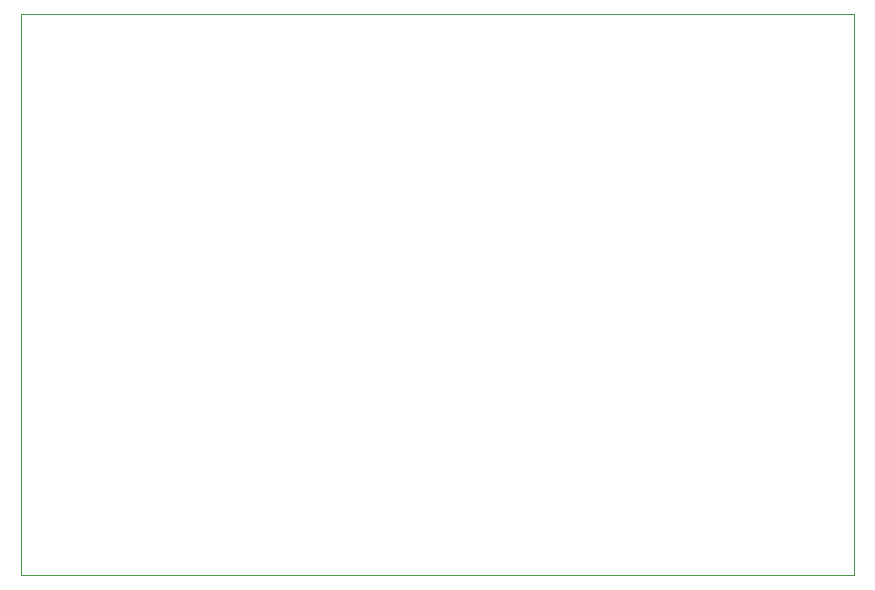
<source format=gbr>
%TF.GenerationSoftware,KiCad,Pcbnew,(6.0.5)*%
%TF.CreationDate,2023-09-26T15:27:11-04:00*%
%TF.ProjectId,lcd_128_io_board,6c63645f-3132-4385-9f69-6f5f626f6172,rev?*%
%TF.SameCoordinates,Original*%
%TF.FileFunction,Profile,NP*%
%FSLAX46Y46*%
G04 Gerber Fmt 4.6, Leading zero omitted, Abs format (unit mm)*
G04 Created by KiCad (PCBNEW (6.0.5)) date 2023-09-26 15:27:11*
%MOMM*%
%LPD*%
G01*
G04 APERTURE LIST*
%TA.AperFunction,Profile*%
%ADD10C,0.100000*%
%TD*%
G04 APERTURE END LIST*
D10*
X94250000Y-89000000D02*
X164750000Y-89000000D01*
X164750000Y-89000000D02*
X164750000Y-136500000D01*
X164750000Y-136500000D02*
X94250000Y-136500000D01*
X94250000Y-136500000D02*
X94250000Y-89000000D01*
M02*

</source>
